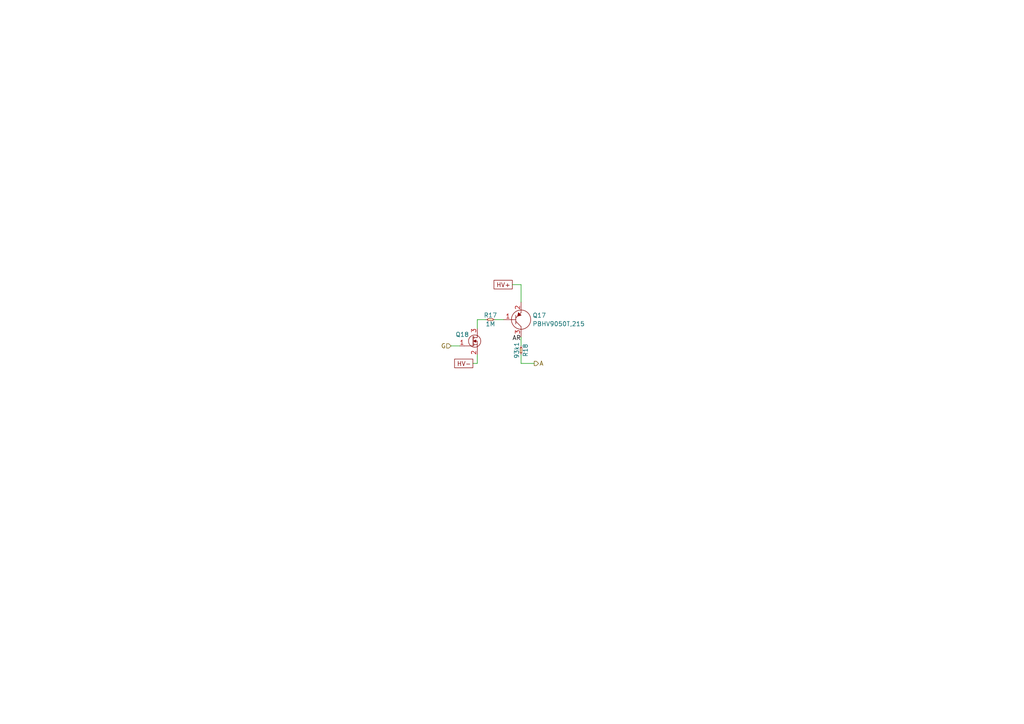
<source format=kicad_sch>
(kicad_sch (version 20230121) (generator eeschema)
  (paper "A4")
  (lib_symbols
    (symbol "agg:NFET" (pin_names (offset 0.0254) hide)
      (property "Reference" "Q" (at -6.35 0.762 0))
      (property "Value" "NFET" (at -6.35 -4.064 0))
      (symbol "NFET_0_1"
        (circle (center -0.762 -1.143) (radius 1.778))
        (polyline (pts (xy -3.81 -2.54) (xy -1.27 -2.54)))
        (polyline (pts (xy -1.27 -2.54) (xy -1.27 0.254)))
        (polyline (pts (xy -1.016 -2.159) (xy 0 -2.159)))
        (polyline (pts (xy -1.016 -1.778) (xy -1.016 -2.54)))
        (polyline (pts (xy -1.016 -0.762) (xy -1.016 -1.524)))
        (polyline (pts (xy -1.016 0.254) (xy -1.016 -0.508)))
        (polyline (pts (xy -1.016 -1.143) (xy 0 -1.143) (xy 0 -3.81)))
        (polyline (pts (xy -1.016 -0.127) (xy 0 -0.127) (xy 0 1.27)))
        (polyline (pts (xy -1.016 -1.143) (xy -0.381 -0.762) (xy -0.381 -1.524) (xy -1.016 -1.143)) (fill (type outline)))
      )
      (symbol "NFET_1_1"
        (pin passive line (at -5.08 -2.54 0) (length 1.27) (name "G") (number "1"))
        (pin passive line (at 0 -5.08 90) (length 1.27) (name "S") (number "2"))
        (pin passive line (at 0 2.54 270) (length 1.27) (name "D") (number "3"))
      )
    )
    (symbol "agg:PNP" (pin_names (offset 0) hide)
      (property "Reference" "Q" (at 3.302 0.508 0))
      (property "Value" "PNP" (at 3.302 -0.508 0))
      (symbol "PNP_0_1"
        (polyline (pts (xy -2.54 0) (xy -1.524 0)))
        (polyline (pts (xy -1.524 -1.27) (xy -1.524 1.27)))
        (polyline (pts (xy 0 -2.032) (xy -1.524 -0.508)))
        (polyline (pts (xy 0 2.032) (xy -1.524 0.508)))
        (polyline (pts (xy 0 1.27) (xy -0.762 2.032) (xy -1.016 1.016) (xy 0 1.27)) (fill (type outline)))
        (circle (center 0 0) (radius 2.794))
      )
      (symbol "PNP_1_1"
        (pin passive line (at -5.08 0 0) (length 2.54) (name "B") (number "1"))
        (pin passive line (at 0 5.08 270) (length 3.048) (name "E") (number "2"))
        (pin passive line (at 0 -5.08 90) (length 3.048) (name "C") (number "3"))
      )
    )
    (symbol "agg:R" (pin_numbers hide) (pin_names (offset 1.016) hide)
      (property "Reference" "R" (at 1.27 1.27 0))
      (property "Value" "R" (at 1.27 -1.27 0))
      (symbol "R_0_1"
        (rectangle (start 0.508 0.254) (end 2.032 -0.254) (fill (type background)))
      )
      (symbol "R_1_1"
        (pin passive line (at 0 0 0) (length 0.508) (name "~") (number "1"))
        (pin passive line (at 2.54 0 180) (length 0.508) (name "~") (number "2"))
      )
    )
  )
  (wire (pts (xy 138.43 102.87) (xy 138.43 105.41)))
  (wire (pts (xy 148.59 82.55) (xy 151.13 82.55)))
  (wire (pts (xy 143.51 92.71) (xy 146.05 92.71)))
  (wire (pts (xy 130.81 100.33) (xy 133.35 100.33)))
  (wire (pts (xy 151.13 97.79) (xy 151.13 100.33)))
  (wire (pts (xy 151.13 105.41) (xy 154.94 105.41)))
  (wire (pts (xy 138.43 92.71) (xy 138.43 95.25)))
  (wire (pts (xy 151.13 82.55) (xy 151.13 87.63)))
  (wire (pts (xy 151.13 102.87) (xy 151.13 105.41)))
  (wire (pts (xy 137.16 105.41) (xy 138.43 105.41)))
  (wire (pts (xy 140.97 92.71) (xy 138.43 92.71)))
  (label "AR" (at 151.13 99.06 180))
  (global_label "HV+" (shape passive) (at 148.59 82.55 180) (property "Intersheetrefs" "${INTERSHEET_REFS}" (effects hide)))
  (global_label "HV-" (shape passive) (at 137.16 105.41 180) (property "Intersheetrefs" "${INTERSHEET_REFS}" (effects hide)))
  (hierarchical_label "G" (shape input) (at 130.81 100.33 180))
  (hierarchical_label "A" (shape output) (at 154.94 105.41 0))
  (symbol (lib_id "agg:NFET") (at 138.43 97.79 0) (unit 1)
    (property "Reference" "Q18" (at 132.08 97.028 0) (effects (justify left)))
    (property "Value" "DMN60H080DS-7" (effects hide))
    (property "Footprint" "agg:SOT-23" (effects hide))
    (property "Datasheet" "http://www.farnell.com/datasheets/2814411.pdf" (effects hide))
    (property "Farnell" "3127344" (effects hide))
  )
  (symbol (lib_id "agg:PNP") (at 151.13 92.71 0) (unit 1)
    (property "Reference" "Q17" (at 154.432 92.202 0) (effects (justify left bottom)))
    (property "Value" "PBHV9050T,215" (at 154.432 93.218 0) (effects (justify left top)))
    (property "Footprint" "agg:SOT-23" (effects hide))
    (property "Datasheet" "http://www.farnell.com/datasheets/609431.pdf" (effects hide))
    (property "Farnell" "1829318" (effects hide))
  )
  (symbol (lib_id "agg:R") (at 151.13 100.33 270) (unit 1)
    (property "Reference" "R18" (at 152.4 101.6 0))
    (property "Value" "93k1" (at 149.86 101.6 0))
    (property "Footprint" "agg:1206" (effects hide))
    (property "Farnell" "2327389" (effects hide))
    (property "Voltage" "500V" (effects hide))
  )
  (symbol (lib_id "agg:R") (at 140.97 92.71 0) (unit 1)
    (property "Reference" "R17" (at 142.24 91.44 0))
    (property "Value" "1M" (at 142.24 93.98 0))
    (property "Footprint" "agg:1206" (effects hide))
    (property "Farnell" "1750877" (effects hide))
    (property "Voltage" "500V" (effects hide))
  )
)
</source>
